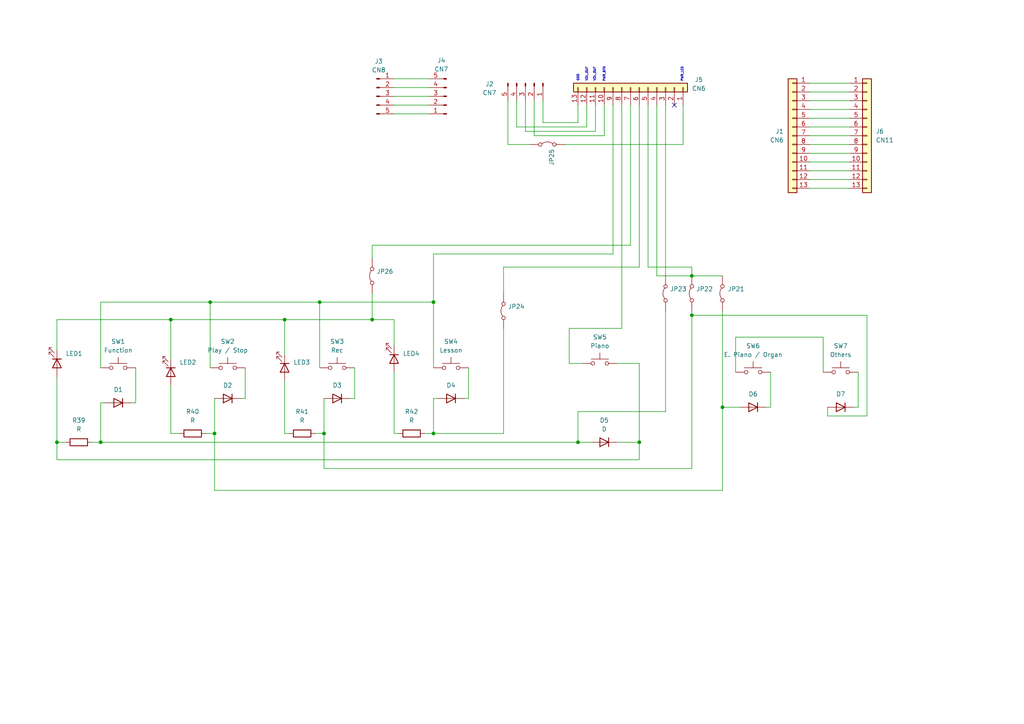
<source format=kicad_sch>
(kicad_sch (version 20231120) (generator "eeschema") (generator_version "8.0")
  (paper "A4")
  (title_block (title "KEP-643"))
  (lib_symbols
    (symbol "Connector:Conn_01x05_Pin" (pin_names (offset 1.016) hide)
      (property "Reference" "J" (at 0 7.62 0))
      (property "Value" "Conn_01x05_Pin" (at 0 -7.62 0))
      (symbol "Conn_01x05_Pin_1_1"
        (polyline (pts (xy 1.27 -5.08) (xy 0.8636 -5.08)) (stroke (width 0.1524)))
        (polyline (pts (xy 1.27 -2.54) (xy 0.8636 -2.54)) (stroke (width 0.1524)))
        (polyline (pts (xy 1.27 0) (xy 0.8636 0)) (stroke (width 0.1524)))
        (polyline (pts (xy 1.27 2.54) (xy 0.8636 2.54)) (stroke (width 0.1524)))
        (polyline (pts (xy 1.27 5.08) (xy 0.8636 5.08)) (stroke (width 0.1524)))
        (rectangle (start 0.8636 -4.953) (end 0 -5.207) (stroke (width 0.1524)) (fill (type outline)))
        (rectangle (start 0.8636 -2.413) (end 0 -2.667) (stroke (width 0.1524)) (fill (type outline)))
        (rectangle (start 0.8636 0.127) (end 0 -0.127) (stroke (width 0.1524)) (fill (type outline)))
        (rectangle (start 0.8636 2.667) (end 0 2.413) (stroke (width 0.1524)) (fill (type outline)))
        (rectangle (start 0.8636 5.207) (end 0 4.953) (stroke (width 0.1524)) (fill (type outline)))
        (pin passive line (at 5.08 5.08 180) (length 3.81) (name "Pin_1") (number "1"))
        (pin passive line (at 5.08 2.54 180) (length 3.81) (name "Pin_2") (number "2"))
        (pin passive line (at 5.08 0 180) (length 3.81) (name "Pin_3") (number "3"))
        (pin passive line (at 5.08 -2.54 180) (length 3.81) (name "Pin_4") (number "4"))
        (pin passive line (at 5.08 -5.08 180) (length 3.81) (name "Pin_5") (number "5"))
      )
    )
    (symbol "Connector_Generic:Conn_01x13" (pin_names (offset 1.016) hide)
      (property "Reference" "J" (at 0 17.78 0))
      (property "Value" "Conn_01x13" (at 0 -17.78 0))
      (symbol "Conn_01x13_1_1"
        (rectangle (start -1.27 -15.113) (end 0 -15.367) (stroke (width 0.1524)))
        (rectangle (start -1.27 -12.573) (end 0 -12.827) (stroke (width 0.1524)))
        (rectangle (start -1.27 -10.033) (end 0 -10.287) (stroke (width 0.1524)))
        (rectangle (start -1.27 -7.493) (end 0 -7.747) (stroke (width 0.1524)))
        (rectangle (start -1.27 -4.953) (end 0 -5.207) (stroke (width 0.1524)))
        (rectangle (start -1.27 -2.413) (end 0 -2.667) (stroke (width 0.1524)))
        (rectangle (start -1.27 0.127) (end 0 -0.127) (stroke (width 0.1524)))
        (rectangle (start -1.27 2.667) (end 0 2.413) (stroke (width 0.1524)))
        (rectangle (start -1.27 5.207) (end 0 4.953) (stroke (width 0.1524)))
        (rectangle (start -1.27 7.747) (end 0 7.493) (stroke (width 0.1524)))
        (rectangle (start -1.27 10.287) (end 0 10.033) (stroke (width 0.1524)))
        (rectangle (start -1.27 12.827) (end 0 12.573) (stroke (width 0.1524)))
        (rectangle (start -1.27 15.367) (end 0 15.113) (stroke (width 0.1524)))
        (rectangle (start -1.27 16.51) (end 1.27 -16.51) (stroke (width 0.254)) (fill (type background)))
        (pin passive line (at -5.08 15.24 0) (length 3.81) (name "Pin_1") (number "1"))
        (pin passive line (at -5.08 -7.62 0) (length 3.81) (name "Pin_10") (number "10"))
        (pin passive line (at -5.08 -10.16 0) (length 3.81) (name "Pin_11") (number "11"))
        (pin passive line (at -5.08 -12.7 0) (length 3.81) (name "Pin_12") (number "12"))
        (pin passive line (at -5.08 -15.24 0) (length 3.81) (name "Pin_13") (number "13"))
        (pin passive line (at -5.08 12.7 0) (length 3.81) (name "Pin_2") (number "2"))
        (pin passive line (at -5.08 10.16 0) (length 3.81) (name "Pin_3") (number "3"))
        (pin passive line (at -5.08 7.62 0) (length 3.81) (name "Pin_4") (number "4"))
        (pin passive line (at -5.08 5.08 0) (length 3.81) (name "Pin_5") (number "5"))
        (pin passive line (at -5.08 2.54 0) (length 3.81) (name "Pin_6") (number "6"))
        (pin passive line (at -5.08 0 0) (length 3.81) (name "Pin_7") (number "7"))
        (pin passive line (at -5.08 -2.54 0) (length 3.81) (name "Pin_8") (number "8"))
        (pin passive line (at -5.08 -5.08 0) (length 3.81) (name "Pin_9") (number "9"))
      )
    )
    (symbol "Device:D" (pin_numbers hide) (pin_names (offset 1.016) hide)
      (property "Reference" "D" (at 0 2.54 0))
      (property "Value" "D" (at 0 -2.54 0))
      (symbol "D_0_1"
        (polyline (pts (xy -1.27 1.27) (xy -1.27 -1.27)) (stroke (width 0.254)))
        (polyline (pts (xy 1.27 0) (xy -1.27 0)))
        (polyline (pts (xy 1.27 1.27) (xy 1.27 -1.27) (xy -1.27 0) (xy 1.27 1.27)) (stroke (width 0.254)))
      )
      (symbol "D_1_1"
        (pin passive line (at -3.81 0 0) (length 2.54) (name "K") (number "1"))
        (pin passive line (at 3.81 0 180) (length 2.54) (name "A") (number "2"))
      )
    )
    (symbol "Device:LED" (pin_numbers hide) (pin_names (offset 1.016) hide)
      (property "Reference" "D" (at 0 2.54 0))
      (property "Value" "LED" (at 0 -2.54 0))
      (symbol "LED_0_1"
        (polyline (pts (xy -1.27 -1.27) (xy -1.27 1.27)) (stroke (width 0.254)))
        (polyline (pts (xy -1.27 0) (xy 1.27 0)))
        (polyline (pts (xy 1.27 -1.27) (xy 1.27 1.27) (xy -1.27 0) (xy 1.27 -1.27)) (stroke (width 0.254)))
        (polyline (pts (xy -3.048 -0.762) (xy -4.572 -2.286) (xy -3.81 -2.286) (xy -4.572 -2.286) (xy -4.572 -1.524)))
        (polyline (pts (xy -1.778 -0.762) (xy -3.302 -2.286) (xy -2.54 -2.286) (xy -3.302 -2.286) (xy -3.302 -1.524)))
      )
      (symbol "LED_1_1"
        (pin passive line (at -3.81 0 0) (length 2.54) (name "K") (number "1"))
        (pin passive line (at 3.81 0 180) (length 2.54) (name "A") (number "2"))
      )
    )
    (symbol "Device:R" (pin_numbers hide) (pin_names (offset 0))
      (property "Reference" "R" (at 2.032 0 90))
      (property "Value" "R" (at 0 0 90))
      (symbol "R_0_1"
        (rectangle (start -1.016 -2.54) (end 1.016 2.54) (stroke (width 0.254)))
      )
      (symbol "R_1_1"
        (pin passive line (at 0 3.81 270) (length 1.27) (name "~") (number "1"))
        (pin passive line (at 0 -3.81 90) (length 1.27) (name "~") (number "2"))
      )
    )
    (symbol "Jumper:Jumper_2_Bridged" (pin_numbers hide) (pin_names (offset 0) hide) (exclude_from_sim yes)
      (property "Reference" "JP" (at 0 1.905 0))
      (property "Value" "Jumper_2_Bridged" (at 0 -2.54 0))
      (symbol "Jumper_2_Bridged_0_0"
        (circle (center -2.032 0) (radius 0.508))
        (circle (center 2.032 0) (radius 0.508))
      )
      (symbol "Jumper_2_Bridged_0_1"
        (arc (start 1.524 0.254) (mid 0 0.762) (end -1.524 0.254))
      )
      (symbol "Jumper_2_Bridged_1_1"
        (pin passive line (at -5.08 0 0) (length 2.54) (name "A") (number "1"))
        (pin passive line (at 5.08 0 180) (length 2.54) (name "B") (number "2"))
      )
    )
    (symbol "Switch:SW_Push" (pin_numbers hide) (pin_names (offset 1.016) hide)
      (property "Reference" "SW" (at 1.27 2.54 0))
      (property "Value" "SW_Push" (at 0 -1.524 0))
      (symbol "SW_Push_0_1"
        (circle (center -2.032 0) (radius 0.508))
        (polyline (pts (xy 0 1.27) (xy 0 3.048)))
        (polyline (pts (xy 2.54 1.27) (xy -2.54 1.27)))
        (circle (center 2.032 0) (radius 0.508))
        (pin passive line (at -5.08 0 0) (length 2.54) (name "1") (number "1"))
        (pin passive line (at 5.08 0 180) (length 2.54) (name "2") (number "2"))
      )
    )
  )
  (junction (at 49.53 92.71))
  (junction (at 200.66 80.01))
  (junction (at 125.73 125.73))
  (junction (at 200.66 91.44))
  (junction (at 60.96 87.63))
  (junction (at 92.71 87.63))
  (junction (at 62.23 125.73))
  (junction (at 167.64 128.27))
  (junction (at 107.95 92.71))
  (junction (at 185.42 128.27))
  (junction (at 209.55 118.11))
  (junction (at 16.51 128.27))
  (junction (at 93.98 125.73))
  (junction (at 125.73 87.63))
  (junction (at 82.55 92.71))
  (junction (at 29.21 128.27))
  (no_connect (at 195.58 30.48))
  (wire (pts (xy 149.86 36.83) (xy 170.18 36.83)))
  (wire (pts (xy 187.96 30.48) (xy 187.96 77.47)))
  (wire (pts (xy 38.1 116.84) (xy 39.37 116.84)))
  (wire (pts (xy 193.04 30.48) (xy 193.04 80.01)))
  (wire (pts (xy 157.48 35.56) (xy 167.64 35.56)))
  (wire (pts (xy 234.95 24.13) (xy 246.38 24.13)))
  (wire (pts (xy 26.67 128.27) (xy 29.21 128.27)))
  (wire (pts (xy 82.55 92.71) (xy 107.95 92.71)))
  (wire (pts (xy 125.73 125.73) (xy 146.05 125.73)))
  (wire (pts (xy 107.95 85.09) (xy 107.95 92.71)))
  (wire (pts (xy 82.55 92.71) (xy 82.55 102.87)))
  (wire (pts (xy 60.96 87.63) (xy 60.96 106.68)))
  (wire (pts (xy 29.21 128.27) (xy 167.64 128.27)))
  (wire (pts (xy 49.53 92.71) (xy 82.55 92.71)))
  (wire (pts (xy 147.32 41.91) (xy 147.32 29.21)))
  (wire (pts (xy 125.73 73.66) (xy 177.8 73.66)))
  (wire (pts (xy 234.95 44.45) (xy 246.38 44.45)))
  (wire (pts (xy 180.34 95.25) (xy 165.1 95.25)))
  (wire (pts (xy 102.87 106.68) (xy 102.87 115.57)))
  (wire (pts (xy 92.71 87.63) (xy 92.71 106.68)))
  (wire (pts (xy 234.95 29.21) (xy 246.38 29.21)))
  (wire (pts (xy 107.95 74.93) (xy 107.95 71.12)))
  (wire (pts (xy 135.89 106.68) (xy 135.89 115.57)))
  (wire (pts (xy 240.03 118.11) (xy 240.03 120.65)))
  (wire (pts (xy 146.05 77.47) (xy 185.42 77.47)))
  (wire (pts (xy 60.96 87.63) (xy 92.71 87.63)))
  (wire (pts (xy 152.4 38.1) (xy 152.4 29.21)))
  (wire (pts (xy 234.95 39.37) (xy 246.38 39.37)))
  (wire (pts (xy 163.83 41.91) (xy 198.12 41.91)))
  (wire (pts (xy 200.66 77.47) (xy 200.66 80.01)))
  (wire (pts (xy 114.3 125.73) (xy 115.57 125.73)))
  (wire (pts (xy 125.73 87.63) (xy 125.73 106.68)))
  (wire (pts (xy 157.48 35.56) (xy 157.48 29.21)))
  (wire (pts (xy 16.51 109.22) (xy 16.51 128.27)))
  (wire (pts (xy 147.32 41.91) (xy 153.67 41.91)))
  (wire (pts (xy 29.21 116.84) (xy 29.21 128.27)))
  (wire (pts (xy 165.1 95.25) (xy 165.1 105.41)))
  (wire (pts (xy 251.46 91.44) (xy 200.66 91.44)))
  (wire (pts (xy 49.53 92.71) (xy 49.53 104.14)))
  (wire (pts (xy 213.36 97.79) (xy 213.36 107.95)))
  (wire (pts (xy 167.64 119.38) (xy 167.64 128.27)))
  (wire (pts (xy 179.07 128.27) (xy 185.42 128.27)))
  (wire (pts (xy 29.21 87.63) (xy 60.96 87.63)))
  (wire (pts (xy 16.51 128.27) (xy 16.51 133.35)))
  (wire (pts (xy 187.96 77.47) (xy 200.66 77.47)))
  (wire (pts (xy 59.69 125.73) (xy 62.23 125.73)))
  (wire (pts (xy 251.46 120.65) (xy 251.46 91.44)))
  (wire (pts (xy 29.21 106.68) (xy 29.21 87.63)))
  (wire (pts (xy 175.26 39.37) (xy 175.26 30.48)))
  (wire (pts (xy 200.66 91.44) (xy 200.66 135.89)))
  (wire (pts (xy 172.72 38.1) (xy 152.4 38.1)))
  (wire (pts (xy 71.12 106.68) (xy 71.12 115.57)))
  (wire (pts (xy 209.55 118.11) (xy 214.63 118.11)))
  (wire (pts (xy 125.73 87.63) (xy 125.73 73.66)))
  (wire (pts (xy 114.3 33.02) (xy 124.46 33.02)))
  (wire (pts (xy 234.95 41.91) (xy 246.38 41.91)))
  (wire (pts (xy 135.89 115.57) (xy 134.62 115.57)))
  (wire (pts (xy 62.23 142.24) (xy 62.23 125.73)))
  (wire (pts (xy 107.95 92.71) (xy 114.3 92.71)))
  (wire (pts (xy 234.95 26.67) (xy 246.38 26.67)))
  (wire (pts (xy 49.53 125.73) (xy 52.07 125.73)))
  (wire (pts (xy 82.55 125.73) (xy 83.82 125.73)))
  (wire (pts (xy 114.3 30.48) (xy 124.46 30.48)))
  (wire (pts (xy 185.42 77.47) (xy 185.42 30.48)))
  (wire (pts (xy 125.73 115.57) (xy 127 115.57)))
  (wire (pts (xy 180.34 30.48) (xy 180.34 95.25)))
  (wire (pts (xy 167.64 119.38) (xy 193.04 119.38)))
  (wire (pts (xy 172.72 30.48) (xy 172.72 38.1)))
  (wire (pts (xy 177.8 73.66) (xy 177.8 30.48)))
  (wire (pts (xy 234.95 36.83) (xy 246.38 36.83)))
  (wire (pts (xy 200.66 90.17) (xy 200.66 91.44)))
  (wire (pts (xy 234.95 34.29) (xy 246.38 34.29)))
  (wire (pts (xy 49.53 111.76) (xy 49.53 125.73)))
  (wire (pts (xy 16.51 92.71) (xy 49.53 92.71)))
  (wire (pts (xy 146.05 85.09) (xy 146.05 77.47)))
  (wire (pts (xy 209.55 118.11) (xy 209.55 142.24)))
  (wire (pts (xy 223.52 118.11) (xy 222.25 118.11)))
  (wire (pts (xy 125.73 125.73) (xy 125.73 115.57)))
  (wire (pts (xy 71.12 115.57) (xy 69.85 115.57)))
  (wire (pts (xy 238.76 97.79) (xy 238.76 107.95)))
  (wire (pts (xy 234.95 49.53) (xy 246.38 49.53)))
  (wire (pts (xy 209.55 90.17) (xy 209.55 118.11)))
  (wire (pts (xy 123.19 125.73) (xy 125.73 125.73)))
  (wire (pts (xy 93.98 115.57) (xy 93.98 125.73)))
  (wire (pts (xy 182.88 30.48) (xy 182.88 71.12)))
  (wire (pts (xy 185.42 105.41) (xy 185.42 128.27)))
  (wire (pts (xy 167.64 35.56) (xy 167.64 30.48)))
  (wire (pts (xy 190.5 80.01) (xy 200.66 80.01)))
  (wire (pts (xy 185.42 133.35) (xy 185.42 128.27)))
  (wire (pts (xy 146.05 95.25) (xy 146.05 125.73)))
  (wire (pts (xy 62.23 115.57) (xy 62.23 125.73)))
  (wire (pts (xy 16.51 133.35) (xy 185.42 133.35)))
  (wire (pts (xy 102.87 115.57) (xy 101.6 115.57)))
  (wire (pts (xy 82.55 110.49) (xy 82.55 125.73)))
  (wire (pts (xy 190.5 30.48) (xy 190.5 80.01)))
  (wire (pts (xy 39.37 116.84) (xy 39.37 106.68)))
  (wire (pts (xy 240.03 120.65) (xy 251.46 120.65)))
  (wire (pts (xy 198.12 30.48) (xy 198.12 41.91)))
  (wire (pts (xy 154.94 29.21) (xy 154.94 39.37)))
  (wire (pts (xy 179.07 105.41) (xy 185.42 105.41)))
  (wire (pts (xy 16.51 128.27) (xy 19.05 128.27)))
  (wire (pts (xy 91.44 125.73) (xy 93.98 125.73)))
  (wire (pts (xy 16.51 101.6) (xy 16.51 92.71)))
  (wire (pts (xy 209.55 142.24) (xy 62.23 142.24)))
  (wire (pts (xy 213.36 97.79) (xy 238.76 97.79)))
  (wire (pts (xy 114.3 27.94) (xy 124.46 27.94)))
  (wire (pts (xy 93.98 135.89) (xy 200.66 135.89)))
  (wire (pts (xy 165.1 105.41) (xy 168.91 105.41)))
  (wire (pts (xy 107.95 71.12) (xy 182.88 71.12)))
  (wire (pts (xy 248.92 118.11) (xy 247.65 118.11)))
  (wire (pts (xy 167.64 128.27) (xy 171.45 128.27)))
  (wire (pts (xy 149.86 29.21) (xy 149.86 36.83)))
  (wire (pts (xy 234.95 54.61) (xy 246.38 54.61)))
  (wire (pts (xy 234.95 46.99) (xy 246.38 46.99)))
  (wire (pts (xy 93.98 125.73) (xy 93.98 135.89)))
  (wire (pts (xy 114.3 25.4) (xy 124.46 25.4)))
  (wire (pts (xy 92.71 87.63) (xy 125.73 87.63)))
  (wire (pts (xy 223.52 107.95) (xy 223.52 118.11)))
  (wire (pts (xy 114.3 92.71) (xy 114.3 100.33)))
  (wire (pts (xy 114.3 107.95) (xy 114.3 125.73)))
  (wire (pts (xy 170.18 36.83) (xy 170.18 30.48)))
  (wire (pts (xy 114.3 22.86) (xy 124.46 22.86)))
  (wire (pts (xy 200.66 80.01) (xy 209.55 80.01)))
  (wire (pts (xy 234.95 31.75) (xy 246.38 31.75)))
  (wire (pts (xy 154.94 39.37) (xy 175.26 39.37)))
  (wire (pts (xy 193.04 119.38) (xy 193.04 90.17)))
  (wire (pts (xy 29.21 116.84) (xy 30.48 116.84)))
  (wire (pts (xy 248.92 107.95) (xy 248.92 118.11)))
  (wire (pts (xy 234.95 52.07) (xy 246.38 52.07)))
  (text "VOL_OUT" (at 170.18 21.59 90) (effects (font (size 0.635 0.635))))
  (text "VOL_OUT" (at 172.466 21.59 90) (effects (font (size 0.635 0.635))))
  (text "PWR_BTN" (at 175.26 21.59 90) (effects (font (size 0.635 0.635))))
  (text "PWR_LED" (at 197.866 21.59 90) (effects (font (size 0.635 0.635))))
  (text "GND" (at 167.64 22.606 90) (effects (font (size 0.635 0.635))))
  (symbol (lib_id "Device:LED") (at 82.55 106.68 270) (unit 1)
    (property "Reference" "LED3" (at 85.09 105.0924 90) (effects (justify left)))
    (property "Value" "LED3" (effects (hide yes)))
    (property "Description" "Light emitting diode" (effects (hide yes)))
  )
  (symbol (lib_id "Connector:Conn_01x05_Pin") (at 129.54 27.94 180) (unit 1)
    (property "Reference" "J4" (at 128.016 17.526 0))
    (property "Value" "CN7" (at 128.016 20.066 0))
    (property "Description" "Generic connector, single row, 01x05, script generated" (effects (hide yes)))
  )
  (symbol (lib_id "Device:LED") (at 114.3 104.14 270) (unit 1)
    (property "Reference" "LED4" (at 116.84 102.5524 90) (effects (justify left)))
    (property "Value" "LED4" (effects (hide yes)))
    (property "Description" "Light emitting diode" (effects (hide yes)))
  )
  (symbol (lib_id "Device:D") (at 97.79 115.57 180) (unit 1)
    (property "Reference" "D3" (at 97.79 111.76 0))
    (property "Value" "D" (effects (hide yes)))
    (property "Description" "Diode" (effects (hide yes)))
    (property "Sim.Device" "D" (effects (hide yes)))
    (property "Sim.Pins" "1=K 2=A" (effects (hide yes)))
  )
  (symbol (lib_id "Device:D") (at 130.81 115.57 180) (unit 1)
    (property "Reference" "D4" (at 130.81 111.76 0))
    (property "Value" "D" (effects (hide yes)))
    (property "Description" "Diode" (effects (hide yes)))
    (property "Sim.Device" "D" (effects (hide yes)))
    (property "Sim.Pins" "1=K 2=A" (effects (hide yes)))
  )
  (symbol (lib_id "Jumper:Jumper_2_Bridged") (at 193.04 85.09 90) (unit 1) (exclude_from_sim yes)
    (property "Reference" "JP23" (at 194.31 83.8199 90) (effects (justify right)))
    (property "Value" "Jumper_2_Bridged" (effects (hide yes)))
    (property "Description" "Jumper, 2-pole, closed/bridged" (effects (hide yes)))
  )
  (symbol (lib_id "Device:R") (at 55.88 125.73 90) (unit 1)
    (property "Reference" "R40" (at 55.88 119.38 90))
    (property "Value" "R" (at 55.88 121.92 90))
    (property "Description" "Resistor" (effects (hide yes)))
  )
  (symbol (lib_id "Switch:SW_Push") (at 97.79 106.68 0) (unit 1)
    (property "Reference" "SW3" (at 97.79 99.06 0))
    (property "Value" "Rec" (at 97.79 101.6 0))
    (property "Description" "Push button switch, generic, two pins" (effects (hide yes)))
  )
  (symbol (lib_id "Device:D") (at 34.29 116.84 180) (unit 1)
    (property "Reference" "D1" (at 34.29 113.03 0))
    (property "Value" "D" (effects (hide yes)))
    (property "Description" "Diode" (effects (hide yes)))
    (property "Sim.Device" "D" (effects (hide yes)))
    (property "Sim.Pins" "1=K 2=A" (effects (hide yes)))
  )
  (symbol (lib_id "Connector:Conn_01x05_Pin") (at 109.22 27.94 0) (unit 1)
    (property "Reference" "J3" (at 109.855 17.78 0))
    (property "Value" "CN8" (at 109.855 20.32 0))
    (property "Description" "Generic connector, single row, 01x05, script generated" (effects (hide yes)))
  )
  (symbol (lib_id "Device:LED") (at 16.51 105.41 270) (unit 1)
    (property "Reference" "LED1" (at 19.05 102.5524 90) (effects (justify left)))
    (property "Value" "LED1" (effects (hide yes)))
    (property "Description" "Light emitting diode" (effects (hide yes)))
  )
  (symbol (lib_id "Switch:SW_Push") (at 34.29 106.68 0) (unit 1)
    (property "Reference" "SW1" (at 34.29 99.06 0))
    (property "Value" "Function" (at 34.29 101.6 0))
    (property "Description" "Push button switch, generic, two pins" (effects (hide yes)))
  )
  (symbol (lib_id "Connector_Generic:Conn_01x13") (at 251.46 39.37 0) (unit 1)
    (property "Reference" "J6" (at 254 38.0999 0) (effects (justify left)))
    (property "Value" "CN11" (at 254 40.6399 0) (effects (justify left)))
    (property "Description" "Generic connector, single row, 01x13, script generated (kicad-library-utils/schlib/autogen/connector/)" (effects (hide yes)))
  )
  (symbol (lib_id "Switch:SW_Push") (at 66.04 106.68 0) (unit 1)
    (property "Reference" "SW2" (at 66.04 99.06 0))
    (property "Value" "Play / Stop" (at 66.04 101.6 0))
    (property "Description" "Push button switch, generic, two pins" (effects (hide yes)))
  )
  (symbol (lib_id "Jumper:Jumper_2_Bridged") (at 209.55 85.09 90) (unit 1) (exclude_from_sim yes)
    (property "Reference" "JP21" (at 211.074 83.82 90) (effects (justify right)))
    (property "Value" "Jumper_2_Bridged" (effects (hide yes)))
    (property "Description" "Jumper, 2-pole, closed/bridged" (effects (hide yes)))
  )
  (symbol (lib_id "Jumper:Jumper_2_Bridged") (at 200.66 85.09 90) (unit 1) (exclude_from_sim yes)
    (property "Reference" "JP22" (at 201.93 83.8199 90) (effects (justify right)))
    (property "Value" "Jumper_2_Bridged" (effects (hide yes)))
    (property "Description" "Jumper, 2-pole, closed/bridged" (effects (hide yes)))
  )
  (symbol (lib_id "Device:R") (at 22.86 128.27 90) (unit 1)
    (property "Reference" "R39" (at 22.86 121.92 90))
    (property "Value" "R" (at 22.86 124.46 90))
    (property "Description" "Resistor" (effects (hide yes)))
  )
  (symbol (lib_id "Switch:SW_Push") (at 130.81 106.68 0) (unit 1)
    (property "Reference" "SW4" (at 130.81 99.06 0))
    (property "Value" "Lesson" (at 130.81 101.6 0))
    (property "Description" "Push button switch, generic, two pins" (effects (hide yes)))
  )
  (symbol (lib_id "Device:D") (at 243.84 118.11 180) (unit 1)
    (property "Reference" "D7" (at 243.84 114.3 0))
    (property "Value" "D" (effects (hide yes)))
    (property "Description" "Diode" (effects (hide yes)))
    (property "Sim.Device" "D" (effects (hide yes)))
    (property "Sim.Pins" "1=K 2=A" (effects (hide yes)))
  )
  (symbol (lib_id "Device:D") (at 175.26 128.27 180) (unit 1)
    (property "Reference" "D5" (at 175.26 121.92 0))
    (property "Value" "D" (at 175.26 124.46 0))
    (property "Description" "Diode" (effects (hide yes)))
    (property "Sim.Device" "D" (effects (hide yes)))
    (property "Sim.Pins" "1=K 2=A" (effects (hide yes)))
  )
  (symbol (lib_id "Device:LED") (at 49.53 107.95 270) (unit 1)
    (property "Reference" "LED2" (at 52.07 105.0924 90) (effects (justify left)))
    (property "Value" "LED2" (effects (hide yes)))
    (property "Description" "Light emitting diode" (effects (hide yes)))
  )
  (symbol (lib_id "Jumper:Jumper_2_Bridged") (at 158.75 41.91 0) (unit 1) (exclude_from_sim yes)
    (property "Reference" "JP25" (at 160.0201 43.18 90) (effects (justify right)))
    (property "Value" "Jumper_2_Bridged" (effects (hide yes)))
    (property "Description" "Jumper, 2-pole, closed/bridged" (effects (hide yes)))
  )
  (symbol (lib_id "Device:D") (at 218.44 118.11 180) (unit 1)
    (property "Reference" "D6" (at 218.44 114.3 0))
    (property "Value" "D" (effects (hide yes)))
    (property "Description" "Diode" (effects (hide yes)))
    (property "Sim.Device" "D" (effects (hide yes)))
    (property "Sim.Pins" "1=K 2=A" (effects (hide yes)))
  )
  (symbol (lib_id "Connector:Conn_01x05_Pin") (at 152.4 24.13 270) (unit 1)
    (property "Reference" "J2" (at 141.986 24.384 90))
    (property "Value" "CN7" (at 141.986 26.924 90))
    (property "Description" "Generic connector, single row, 01x05, script generated" (effects (hide yes)))
  )
  (symbol (lib_id "Switch:SW_Push") (at 218.44 107.95 0) (unit 1)
    (property "Reference" "SW6" (at 218.44 100.33 0))
    (property "Value" "E. Piano / Organ" (at 218.44 102.87 0))
    (property "Description" "Push button switch, generic, two pins" (effects (hide yes)))
  )
  (symbol (lib_id "Switch:SW_Push") (at 173.99 105.41 0) (unit 1)
    (property "Reference" "SW5" (at 173.99 97.79 0))
    (property "Value" "Piano" (at 173.99 100.33 0))
    (property "Description" "Push button switch, generic, two pins" (effects (hide yes)))
  )
  (symbol (lib_id "Connector_Generic:Conn_01x13") (at 182.88 25.4 270) (mirror x) (unit 1)
    (property "Reference" "J5" (at 202.692 23.114 90))
    (property "Value" "CN6" (at 202.692 25.654 90))
    (property "Description" "Generic connector, single row, 01x13, script generated (kicad-library-utils/schlib/autogen/connector/)" (effects (hide yes)))
  )
  (symbol (lib_id "Jumper:Jumper_2_Bridged") (at 107.95 80.01 90) (unit 1) (exclude_from_sim yes)
    (property "Reference" "JP26" (at 109.22 78.7399 90) (effects (justify right)))
    (property "Value" "Jumper_2_Bridged" (effects (hide yes)))
    (property "Description" "Jumper, 2-pole, closed/bridged" (effects (hide yes)))
  )
  (symbol (lib_id "Device:D") (at 66.04 115.57 180) (unit 1)
    (property "Reference" "D2" (at 66.04 111.76 0))
    (property "Value" "D" (effects (hide yes)))
    (property "Description" "Diode" (effects (hide yes)))
    (property "Sim.Device" "D" (effects (hide yes)))
    (property "Sim.Pins" "1=K 2=A" (effects (hide yes)))
  )
  (symbol (lib_id "Device:R") (at 119.38 125.73 90) (unit 1)
    (property "Reference" "R42" (at 119.38 119.38 90))
    (property "Value" "R" (at 119.38 121.92 90))
    (property "Description" "Resistor" (effects (hide yes)))
  )
  (symbol (lib_id "Device:R") (at 87.63 125.73 90) (unit 1)
    (property "Reference" "R41" (at 87.63 119.38 90))
    (property "Value" "R" (at 87.63 121.92 90))
    (property "Description" "Resistor" (effects (hide yes)))
  )
  (symbol (lib_id "Switch:SW_Push") (at 243.84 107.95 0) (unit 1)
    (property "Reference" "SW7" (at 243.84 100.33 0))
    (property "Value" "Others" (at 243.84 102.87 0))
    (property "Description" "Push button switch, generic, two pins" (effects (hide yes)))
  )
  (symbol (lib_id "Jumper:Jumper_2_Bridged") (at 146.05 90.17 90) (unit 1) (exclude_from_sim yes)
    (property "Reference" "JP24" (at 147.32 88.8999 90) (effects (justify right)))
    (property "Value" "Jumper_2_Bridged" (effects (hide yes)))
    (property "Description" "Jumper, 2-pole, closed/bridged" (effects (hide yes)))
  )
  (symbol (lib_id "Connector_Generic:Conn_01x13") (at 229.87 39.37 0) (mirror y) (unit 1)
    (property "Reference" "J1" (at 227.33 38.0999 0) (effects (justify left)))
    (property "Value" "CN6" (at 227.33 40.6399 0) (effects (justify left)))
    (property "Description" "Generic connector, single row, 01x13, script generated (kicad-library-utils/schlib/autogen/connector/)" (effects (hide yes)))
  )
)
</source>
